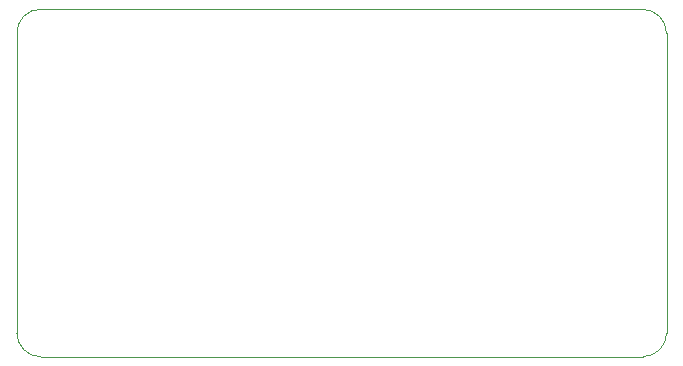
<source format=gbr>
%TF.GenerationSoftware,KiCad,Pcbnew,8.0.5*%
%TF.CreationDate,2025-01-12T16:45:05+07:00*%
%TF.ProjectId,ESP32-MODBUS-RS485-SHIELD,45535033-322d-44d4-9f44-4255532d5253,rev?*%
%TF.SameCoordinates,Original*%
%TF.FileFunction,Profile,NP*%
%FSLAX46Y46*%
G04 Gerber Fmt 4.6, Leading zero omitted, Abs format (unit mm)*
G04 Created by KiCad (PCBNEW 8.0.5) date 2025-01-12 16:45:05*
%MOMM*%
%LPD*%
G01*
G04 APERTURE LIST*
%TA.AperFunction,Profile*%
%ADD10C,0.100000*%
%TD*%
G04 APERTURE END LIST*
D10*
X116850000Y-81625000D02*
G75*
G02*
X118900904Y-79502701I2003400J116100D01*
G01*
X169850000Y-108925000D02*
X118850000Y-108925000D01*
X118850000Y-108925000D02*
G75*
G02*
X116850000Y-106925000I0J2000000D01*
G01*
X169850000Y-79525000D02*
G75*
G02*
X171850000Y-81525000I0J-2000000D01*
G01*
X171850000Y-81525000D02*
X171850000Y-106925000D01*
X116850000Y-106925000D02*
X116850000Y-81625000D01*
X118900905Y-79502674D02*
X169850000Y-79525000D01*
X171850000Y-106925000D02*
G75*
G02*
X169850000Y-108925000I-2000000J0D01*
G01*
M02*

</source>
